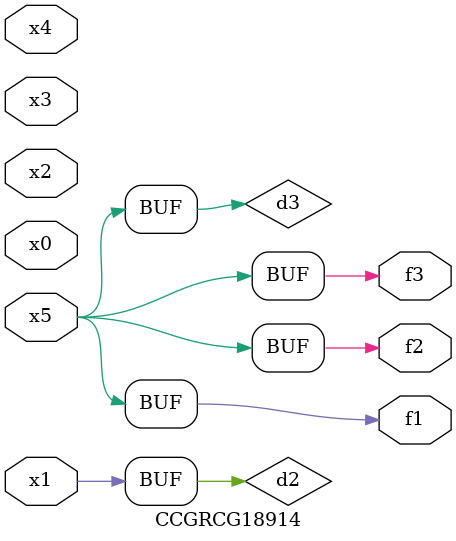
<source format=v>
module CCGRCG18914(
	input x0, x1, x2, x3, x4, x5,
	output f1, f2, f3
);

	wire d1, d2, d3;

	not (d1, x5);
	or (d2, x1);
	xnor (d3, d1);
	assign f1 = d3;
	assign f2 = d3;
	assign f3 = d3;
endmodule

</source>
